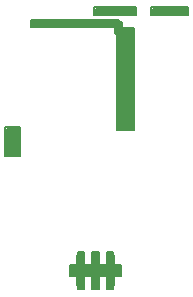
<source format=gko>
%FSTAX23Y23*%
%MOIN*%
%SFA1B1*%

%IPPOS*%
%ADD186C,0.005000*%
%ADD188C,0.010000*%
%ADD189C,0.020000*%
%LNrelia-1*%
%LPD*%
G54D186*
X00628Y02122D02*
X00505D01*
Y02146*
X00628*
Y02122*
G54D188*
X00623Y02127D02*
X0051D01*
Y02141*
X00623*
Y02127*
G54D189*
X00613Y02137D02*
X0052D01*
Y02131*
X00613*
Y02137*
G54D186*
X00453Y02122D02*
X00316D01*
Y02146*
X00453*
Y02122*
G54D188*
X00448Y02127D02*
X00321D01*
Y02141*
X00448*
Y02127*
G54D189*
X00438Y02137D02*
X00331D01*
Y02131*
X00438*
Y02137*
G54D186*
X00398Y02076D02*
X00449D01*
Y01738*
X00391*
Y02081*
X00104*
Y02103*
X00398*
Y02076*
G54D188*
X00393Y02071D02*
X00444D01*
Y01743*
X00396*
Y02086*
X00109*
Y02098*
X00393*
Y02071*
X00383Y02061D02*
X00434D01*
Y01753*
X00406*
Y02096*
X00119*
Y02088*
X00383*
Y02061*
X00114Y02087D02*
Y02099D01*
X00124Y02087D02*
Y02099D01*
X00134Y02087D02*
Y02099D01*
X00144Y02087D02*
Y02099D01*
X00154Y02087D02*
Y02099D01*
X00164Y02087D02*
Y02099D01*
X00174Y02087D02*
Y02099D01*
X00184Y02087D02*
Y02099D01*
X00194Y02087D02*
Y02099D01*
X00204Y02087D02*
Y02099D01*
X00214Y02087D02*
Y02099D01*
X00224Y02087D02*
Y02099D01*
X00234Y02087D02*
Y02099D01*
X00244Y02087D02*
Y02099D01*
X00254Y02087D02*
Y02099D01*
X00264Y02087D02*
Y02099D01*
X00274Y02087D02*
Y02099D01*
X00284Y02087D02*
Y02099D01*
X00294Y02087D02*
Y02099D01*
X00304Y02087D02*
Y02099D01*
X00314Y02087D02*
Y02099D01*
X00324Y02087D02*
Y02099D01*
X00334Y02087D02*
Y02099D01*
X00344Y02087D02*
Y02099D01*
X00354Y02087D02*
Y02099D01*
X00364Y02087D02*
Y02099D01*
X00374Y02087D02*
Y02099D01*
X00384Y02087D02*
Y02099D01*
X00394Y02073D02*
Y02084D01*
X00404Y01745D02*
Y0207D01*
X00414Y01745D02*
Y0207D01*
X00424Y01745D02*
Y0207D01*
X00434Y01745D02*
Y0207D01*
X00444Y01745D02*
Y0207D01*
G54D186*
X00067Y01651D02*
X00019D01*
Y01747*
X00067*
Y01651*
G54D188*
X00062Y01656D02*
X00024D01*
Y01742*
X00062*
Y01656*
G54D189*
X00052Y01666D02*
X00034D01*
Y01732*
X00052*
Y01666*
G54D186*
X00379Y01289D02*
X00403D01*
Y0125*
X00379*
Y01207*
X00358*
Y0125*
X0033*
Y01207*
X00309*
Y0125*
X00281*
Y01207*
X0026*
Y0125*
X00236*
Y01289*
X0026*
Y01332*
X00281*
Y01289*
X00309*
Y01332*
X0033*
Y01289*
X00358*
Y01332*
X00379*
Y01289*
G54D188*
X00374Y01284D02*
X00398D01*
Y01255*
X00374*
Y01212*
X00363*
Y01255*
X00325*
Y01212*
X00314*
Y01255*
X00276*
Y01212*
X00265*
Y01255*
X00241*
Y01284*
X00265*
Y01327*
X00276*
Y01284*
X00314*
Y01327*
X00325*
Y01284*
X00363*
Y01327*
X00374*
Y01284*
G54D189*
X00364Y01274D02*
X00388D01*
Y01265*
X00364*
Y01222*
X00373*
Y01265*
X00315*
Y01222*
X00324*
Y01265*
X00266*
Y01222*
X00275*
Y01265*
X00251*
Y01274*
X00275*
Y01317*
X00266*
Y01274*
X00324*
Y01317*
X00315*
Y01274*
X00373*
Y01317*
X00364*
Y01274*
X00268Y01233D02*
X00272D01*
X00318D02*
X00322D01*
X00368D02*
X00372D01*
X00268Y01253D02*
X00272D01*
X00318D02*
X00322D01*
X00368D02*
X00372D01*
X00253Y01273D02*
X00388D01*
X00268Y01293D02*
X00272D01*
X00318D02*
X00322D01*
X00368D02*
X00372D01*
X00268Y01313D02*
X00272D01*
X00318D02*
X00322D01*
X00368D02*
X00372D01*
M02*
</source>
